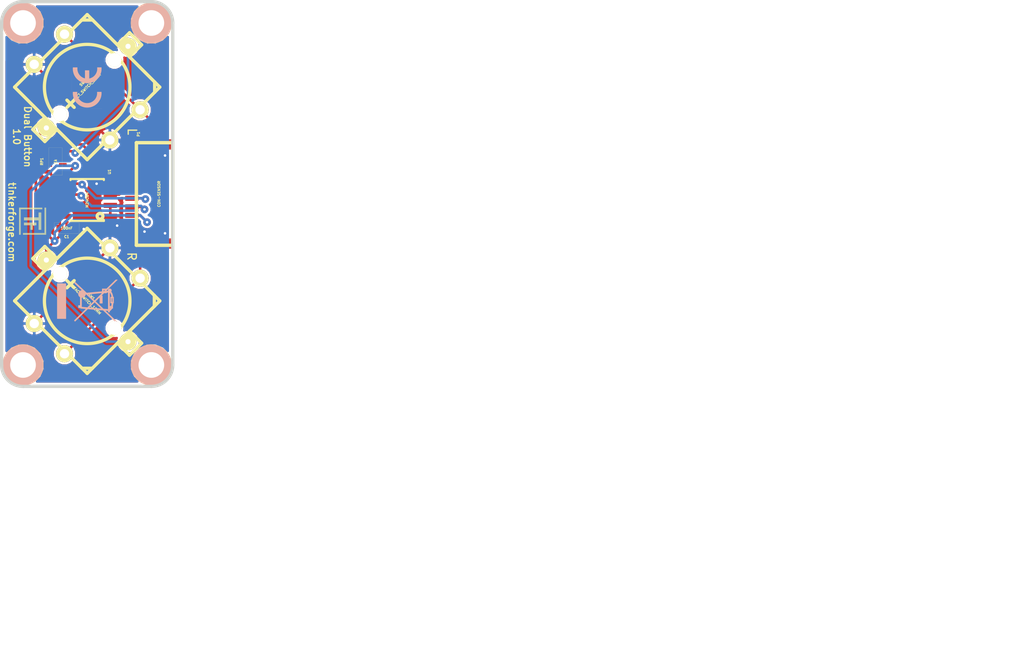
<source format=kicad_pcb>
(kicad_pcb (version 4) (host pcbnew 4.0.6-e0-6349~53~ubuntu16.04.1)
  (title_block (title "Dual Button Bricklet") (rev 1.0) (company "Tinkerforge GmbH") (comment 1 "Licensed under CERN OHL v.1.1") (comment 2 "Copyright (©) 2013, B.Nordmeyer <bastian@tinkerforge.com>"))
  (layers (0 Vorderseite signal hide) (31 Rückseite signal hide) (34 B.Paste user) (35 F.Paste user) (36 B.SilkS user) (37 F.SilkS user) (38 B.Mask user) (39 F.Mask user) (44 Edge.Cuts user))
  (net 0 "")
  (net 1 D1)
  (net 2 D2)
  (net 3 GND)
  (net 4 N-000001)
  (net 5 N-0000012)
  (net 6 N-0000016)
  (net 7 SCL)
  (net 8 SDA)
  (net 9 SW1)
  (net 10 SW2)
  (net 11 VCC)
  (module CON-SENSOR (layer Vorderseite) (at 179 109 90)
    (fp_text reference P1 (at 7.00024 -4.0005 90) (layer F.SilkS) (effects (font (size 0.29972 0.29972) (thickness 0.0762))))
    (fp_text value CON-SENSOR (at 0 -1.6002 90) (layer F.SilkS) (effects (font (size 0.29972 0.29972) (thickness 0.07112))))
    (pad 1 smd rect (at -4.50088 -4.7752 90) (size 0.59944 1.5494) (layers Vorderseite F.Paste F.Mask))
    (pad 2 smd rect (at -3.50012 -4.7752 90) (size 0.59944 1.5494) (layers Vorderseite F.Paste F.Mask) (net 3 GND))
    (pad 3 smd rect (at -2.49936 -4.7752 90) (size 0.59944 1.5494) (layers Vorderseite F.Paste F.Mask) (net 11 VCC))
    (pad 4 smd rect (at -1.50114 -4.7752 90) (size 0.59944 1.5494) (layers Vorderseite F.Paste F.Mask) (net 7 SCL))
    (pad 5 smd rect (at -0.50038 -4.7752 90) (size 0.59944 1.5494) (layers Vorderseite F.Paste F.Mask) (net 8 SDA))
    (pad 6 smd rect (at 0.50038 -4.7752 90) (size 0.59944 1.5494) (layers Vorderseite F.Paste F.Mask) (net 6 N-0000016))
    (pad 7 smd rect (at 1.50114 -4.7752 90) (size 0.59944 1.5494) (layers Vorderseite F.Paste F.Mask) (net 9 SW1))
    (pad 8 smd rect (at 2.49936 -4.7752 90) (size 0.59944 1.5494) (layers Vorderseite F.Paste F.Mask) (net 1 D1))
    (pad 9 smd rect (at 3.50012 -4.7752 90) (size 0.59944 1.5494) (layers Vorderseite F.Paste F.Mask) (net 10 SW2))
    (pad 10 smd rect (at 4.50088 -4.7752 90) (size 0.59944 1.5494) (layers Vorderseite F.Paste F.Mask) (net 2 D2))
    (pad EP smd rect (at -5.79882 -0.89916 90) (size 1.19888 1.80086) (layers Vorderseite F.Paste F.Mask) (net 3 GND))
    (pad EP smd rect (at 5.79882 -0.89916 90) (size 1.19888 1.80086) (layers Vorderseite F.Paste F.Mask) (net 3 GND))
  )
  (module Logo_31x31 (layer Vorderseite) (at 164.2 110.6 270)
    (fp_text reference Ref** hide)
    (fp_text value Val** hide)
  )
  (module WEEE_7mm (layer Rückseite) (at 169 121.5 270)
    (fp_text reference VAL hide)
    (fp_text value WEEE_7mm hide)
  )
  (module CE_5mm (layer Rückseite) (at 169 96.5 90)
    (fp_text reference VAL hide)
    (fp_text value CE_5mm hide)
  )
  (module Fiducial_Mark (layer Vorderseite) (at 160.5 92.6)
    (fp_text reference Fiducial_Mark hide)
    (fp_text value VAL** hide)
    (pad 1 smd circle (at 0 0) (size 1.00076 1.00076) (layers Vorderseite F.Mask) (clearance 0.65024))
  )
  (module Fiducial_Mark (layer Vorderseite) (at 177.4 125.4)
    (fp_text reference Fiducial_Mark hide)
    (fp_text value VAL** hide)
    (pad 1 smd circle (at 0 0) (size 1.00076 1.00076) (layers Vorderseite F.Mask) (clearance 0.65024))
  )
  (module DRILL_NP (layer Vorderseite) (at 161.5 89 90)
    (fp_text reference U2 hide)
    (fp_text value DRILL hide)
    (pad "" thru_hole circle (at 0 0 90) (size 2.99974 2.99974) (drill 2.99974) (layers *.Cu *.SilkS *.Mask) (clearance 0.89916))
  )
  (module DRILL_NP (layer Vorderseite) (at 161.5 129)
    (fp_text reference U3 hide)
    (fp_text value DRILL hide)
    (pad "" thru_hole circle (at 0 0) (size 2.99974 2.99974) (drill 2.99974) (layers *.Cu *.SilkS *.Mask) (clearance 0.89916))
  )
  (module DRILL_NP (layer Vorderseite) (at 176.5 129 90)
    (fp_text reference U4 hide)
    (fp_text value DRILL hide)
    (pad "" thru_hole circle (at 0 0 90) (size 2.99974 2.99974) (drill 2.99974) (layers *.Cu *.SilkS *.Mask) (clearance 0.89916))
  )
  (module DRILL_NP (layer Vorderseite) (at 176.5 89)
    (fp_text reference U5 hide)
    (fp_text value DRILL hide)
    (pad "" thru_hole circle (at 0 0) (size 2.99974 2.99974) (drill 2.99974) (layers *.Cu *.SilkS *.Mask) (clearance 0.89916))
  )
  (module 4X0603 (layer Vorderseite) (at 165.3 105.2 90)
    (fp_text reference RP1 (at 0 -1.6002 90) (layer F.SilkS) (effects (font (size 0.29972 0.29972) (thickness 0.0762))))
    (fp_text value 1k (at 0 0 90) (layer F.SilkS) (effects (font (size 0.29972 0.29972) (thickness 0.0762))))
    (pad 1 smd rect (at -1.19888 -0.8509 90) (size 0.44958 0.89916) (layers Vorderseite F.Paste F.Mask) (net 1 D1))
    (pad 2 smd rect (at -0.39878 -0.8509 90) (size 0.44958 0.89916) (layers Vorderseite F.Paste F.Mask))
    (pad 3 smd rect (at 0.39878 -0.8509 90) (size 0.44958 0.89916) (layers Vorderseite F.Paste F.Mask))
    (pad 4 smd rect (at 1.19888 -0.8509 90) (size 0.44958 0.89916) (layers Vorderseite F.Paste F.Mask) (net 2 D2))
    (pad 5 smd rect (at 1.19888 0.8509 90) (size 0.44958 0.89916) (layers Vorderseite F.Paste F.Mask) (net 4 N-000001))
    (pad 6 smd rect (at 0.39878 0.8509 90) (size 0.44958 0.89916) (layers Vorderseite F.Paste F.Mask))
    (pad 7 smd rect (at -0.39878 0.8509 90) (size 0.44958 0.89916) (layers Vorderseite F.Paste F.Mask))
    (pad 8 smd rect (at -1.19888 0.8509 90) (size 0.44958 0.89916) (layers Vorderseite F.Paste F.Mask) (net 5 N-0000012))
  )
  (module SOIC8 (layer Vorderseite) (at 169 109.7 90)
    (fp_text reference U1 (at 3.29946 2.60096 90) (layer F.SilkS) (effects (font (size 0.29972 0.29972) (thickness 0.0762))))
    (fp_text value M24C64 (at 0 0 90) (layer F.SilkS) (effects (font (size 0.29972 0.29972) (thickness 0.0762))))
    (pad 1 smd rect (at -1.90246 2.69748 270) (size 0.59944 1.5494) (layers Vorderseite F.Paste F.Mask) (net 3 GND))
    (pad 2 smd rect (at -0.63246 2.69748 270) (size 0.59944 1.5494) (layers Vorderseite F.Paste F.Mask) (net 3 GND))
    (pad 3 smd rect (at 0.63246 2.69748 270) (size 0.59944 1.5494) (layers Vorderseite F.Paste F.Mask) (net 6 N-0000016))
    (pad 4 smd rect (at 1.90246 2.69748 270) (size 0.59944 1.5494) (layers Vorderseite F.Paste F.Mask) (net 3 GND))
    (pad 5 smd rect (at 1.90246 -2.69748 90) (size 0.59944 1.5494) (layers Vorderseite F.Paste F.Mask) (net 8 SDA))
    (pad 6 smd rect (at 0.63246 -2.69748 90) (size 0.59944 1.5494) (layers Vorderseite F.Paste F.Mask) (net 7 SCL))
    (pad 7 smd rect (at -0.63246 -2.69748 90) (size 0.59944 1.5494) (layers Vorderseite F.Paste F.Mask))
    (pad 8 smd rect (at -1.90246 -2.69748 90) (size 0.59944 1.5494) (layers Vorderseite F.Paste F.Mask) (net 11 VCC))
  )
  (module TACT_SWITCH_12mm (layer Vorderseite) (at 169 96.5 45)
    (fp_text reference SW2 (at 0 -0.7 45) (layer F.SilkS) (effects (font (size 0.3 0.3) (thickness 0.075))))
    (fp_text value TACT_SWITCH_12MM (at 0 0 45) (layer F.SilkS) (effects (font (size 0.3 0.3) (thickness 0.075))))
    (pad 1 thru_hole circle (at -6.75 0 45) (size 2 2) (drill 0.6) (layers *.Cu *.Mask F.SilkS) (net 11 VCC))
    (pad 2 thru_hole circle (at 6.75 0 45) (size 2 2) (drill 0.6) (layers *.Cu *.Mask F.SilkS) (net 4 N-000001))
    (pad 3 thru_hole circle (at -2.5 -6.26 45) (size 2 2) (drill 1.1) (layers *.Cu *.Mask F.SilkS) (net 3 GND))
    (pad 4 thru_hole circle (at 2.5 -6.25 45) (size 2 2) (drill 1.1) (layers *.Cu *.Mask F.SilkS) (net 10 SW2))
    (pad 3 thru_hole circle (at -2.5 6.25 45) (size 2 2) (drill 1.1) (layers *.Cu *.Mask F.SilkS) (net 3 GND))
    (pad 4 thru_hole circle (at 2.5 6.25 45) (size 2 2) (drill 1.1) (layers *.Cu *.Mask F.SilkS) (net 10 SW2))
    (pad "" np_thru_hole circle (at -4.5 0 45) (size 1.6 1.6) (drill 1.6) (layers *.Cu *.Mask F.SilkS))
    (pad "" np_thru_hole circle (at 4.5 0 45) (size 1.6 1.6) (drill 1.6) (layers *.Cu *.Mask F.SilkS))
  )
  (module TACT_SWITCH_12mm (layer Vorderseite) (at 169 121.5 315)
    (fp_text reference SW1 (at 0 -0.7 315) (layer F.SilkS) (effects (font (size 0.3 0.3) (thickness 0.075))))
    (fp_text value TACT_SWITCH_12MM (at 0 0 315) (layer F.SilkS) (effects (font (size 0.3 0.3) (thickness 0.075))))
    (pad 1 thru_hole circle (at -6.75 0 315) (size 2 2) (drill 0.6) (layers *.Cu *.Mask F.SilkS) (net 11 VCC))
    (pad 2 thru_hole circle (at 6.75 0 315) (size 2 2) (drill 0.6) (layers *.Cu *.Mask F.SilkS) (net 5 N-0000012))
    (pad 3 thru_hole circle (at -2.5 -6.26 315) (size 2 2) (drill 1.1) (layers *.Cu *.Mask F.SilkS) (net 3 GND))
    (pad 4 thru_hole circle (at 2.5 -6.25 315) (size 2 2) (drill 1.1) (layers *.Cu *.Mask F.SilkS) (net 9 SW1))
    (pad 3 thru_hole circle (at -2.5 6.25 315) (size 2 2) (drill 1.1) (layers *.Cu *.Mask F.SilkS) (net 3 GND))
    (pad 4 thru_hole circle (at 2.5 6.25 315) (size 2 2) (drill 1.1) (layers *.Cu *.Mask F.SilkS) (net 9 SW1))
    (pad "" np_thru_hole circle (at -4.5 0 315) (size 1.6 1.6) (drill 1.6) (layers *.Cu *.Mask F.SilkS))
    (pad "" np_thru_hole circle (at 4.5 0 315) (size 1.6 1.6) (drill 1.6) (layers *.Cu *.Mask F.SilkS))
  )
  (module 0603 (layer Vorderseite) (at 166.6 113 180)
    (fp_text reference C1 (at 0 -1.00076 180) (layer F.SilkS) (effects (font (size 0.29972 0.29972) (thickness 0.0762))))
    (fp_text value 100nF (at 0 0 180) (layer F.SilkS) (effects (font (size 0.29972 0.29972) (thickness 0.0762))))
    (pad 1 smd rect (at -0.8001 0 180) (size 0.8001 0.8001) (layers Vorderseite F.Paste F.Mask) (net 3 GND))
    (pad 2 smd rect (at 0.8001 0 180) (size 0.8001 0.8001) (layers Vorderseite F.Paste F.Mask) (net 11 VCC))
  )
  (gr_text R (at 174.2 116.3 270) (layer F.SilkS) (effects (font (size 1 1))))
  (gr_text L (at 174.25 101.7 270) (layer F.SilkS) (effects (font (size 1 1))))
  (gr_line (start 176.5 131.5) (end 161.55 131.5) (angle 90) (layer Edge.Cuts) (width 0.381))
  (gr_line (start 159 129.05) (end 159 89) (angle 90) (layer Edge.Cuts) (width 0.381))
  (gr_arc (start 161.5 129) (end 161.55 131.5) (angle 90) (layer Edge.Cuts) (width 0.381))
  (gr_line (start 161.5 86.5) (end 176.5 86.5) (angle 90) (layer Edge.Cuts) (width 0.381))
  (gr_line (start 179 89) (end 179 129) (angle 90) (layer Edge.Cuts) (width 0.381))
  (gr_arc (start 176.5 89) (end 176.5 86.5) (angle 90) (layer Edge.Cuts) (width 0.381))
  (gr_arc (start 161.5 89) (end 159 89) (angle 90) (layer Edge.Cuts) (width 0.381))
  (gr_arc (start 176.5 129) (end 179 129) (angle 90) (layer Edge.Cuts) (width 0.381))
  (gr_text tinkerforge.com (at 160.2 112.3 270) (layer F.SilkS) (effects (font (size 0.8001 0.8001) (thickness 0.14986))))
  (gr_text "Dual Button\n1.0" (at 161.4 102.3 270) (layer F.SilkS) (effects (font (size 0.8001 0.8001) (thickness 0.14986))))
  (segment (start 174.2248 106.50064) (end 167.89936 106.50064) (width 0.29972) (layer Vorderseite) (net 1))
  (segment (start 165.15022 107.1) (end 164.4491 106.39888) (width 0.29972) (layer Vorderseite) (net 1))
  (segment (start 167.3 107.1) (end 165.15022 107.1) (width 0.29972) (layer Vorderseite) (net 1))
  (segment (start 167.89936 106.50064) (end 167.3 107.1) (width 0.29972) (layer Vorderseite) (net 1))
  (segment (start 164.4491 104.00112) (end 164.4491 103.9509) (width 0.29972) (layer Vorderseite) (net 2))
  (segment (start 169.69912 104.49912) (end 174.2248 104.49912) (width 0.29972) (layer Vorderseite) (net 2))
  (segment (start 168.4 103.2) (end 169.69912 104.49912) (width 0.29972) (layer Vorderseite) (net 2))
  (segment (start 165.2 103.2) (end 168.4 103.2) (width 0.29972) (layer Vorderseite) (net 2))
  (segment (start 164.4491 103.9509) (end 165.2 103.2) (width 0.29972) (layer Vorderseite) (net 2))
  (segment (start 171.65165 102.687184) (end 162.805745 93.841279) (width 0.29972) (layer Vorderseite) (net 3))
  (segment (start 171.69748 111.60246) (end 171.69748 111.89748) (width 0.29972) (layer Vorderseite) (net 3))
  (segment (start 171.69748 111.89748) (end 172.5 112.7) (width 0.29972) (layer Vorderseite) (net 3))
  (segment (start 171.69748 111.60246) (end 171.69748 110.33246) (width 0.29972) (layer Vorderseite) (net 3))
  (segment (start 168.6 113.1) (end 168.6 111.1) (width 0.29972) (layer Vorderseite) (net 3))
  (segment (start 170.1 109.6) (end 170.1 107.8) (width 0.29972) (layer Vorderseite) (net 3))
  (segment (start 168.6 111.1) (end 170.1 109.6) (width 0.29972) (layer Vorderseite) (net 3))
  (segment (start 170.1 107.8) (end 170.1 104.238834) (width 0.29972) (layer Rückseite) (net 3))
  (segment (start 170.1 104.238834) (end 171.65165 102.687184) (width 0.29972) (layer Rückseite) (net 3))
  (via (at 170.1 107.8) (size 0.89916) (layers Vorderseite Rückseite) (net 3))
  (segment (start 170.10246 107.79754) (end 170.1 107.8) (width 0.29972) (layer Vorderseite) (net 3))
  (segment (start 171.69748 107.79754) (end 170.10246 107.79754) (width 0.29972) (layer Vorderseite) (net 3))
  (segment (start 172.5 112.7) (end 169 112.7) (width 0.29972) (layer Rückseite) (net 3))
  (segment (start 169 112.7) (end 168.6 113.1) (width 0.29972) (layer Rückseite) (net 3))
  (via (at 168.6 113.1) (size 0.89916) (layers Vorderseite Rückseite) (net 3))
  (segment (start 168.5 113) (end 168.6 113.1) (width 0.29972) (layer Vorderseite) (net 3))
  (segment (start 168.5 113) (end 167.4001 113) (width 0.29972) (layer Vorderseite) (net 3))
  (segment (start 178.1 113.6) (end 176.8 113.6) (width 0.29972) (layer Rückseite) (net 3))
  (segment (start 178.10084 113.60084) (end 178.1 113.6) (width 0.29972) (layer Vorderseite) (net 3))
  (via (at 178.1 113.6) (size 0.89916) (layers Vorderseite Rückseite) (net 3))
  (segment (start 178.10084 114.79882) (end 178.10084 113.60084) (width 0.29972) (layer Vorderseite) (net 3))
  (segment (start 176.8 113.6) (end 176.6 113.4) (width 0.29972) (layer Rückseite) (net 3))
  (segment (start 178.1 104.5) (end 177.5 104.5) (width 0.29972) (layer Rückseite) (net 3))
  (segment (start 178.10084 103.20118) (end 178.10084 104.49916) (width 0.29972) (layer Vorderseite) (net 3))
  (via (at 178.1 104.5) (size 0.89916) (layers Vorderseite Rückseite) (net 3))
  (segment (start 178.10084 104.49916) (end 178.1 104.5) (width 0.29972) (layer Vorderseite) (net 3))
  (segment (start 177.5 104.5) (end 175.95 106.05) (width 0.29972) (layer Rückseite) (net 3))
  (segment (start 171.65165 102.687184) (end 172.587184 102.687184) (width 0.29972) (layer Rückseite) (net 3))
  (segment (start 174.80012 112.50012) (end 175.7 113.4) (width 0.29972) (layer Vorderseite) (net 3))
  (via (at 175.7 113.4) (size 0.89916) (layers Vorderseite Rückseite) (net 3))
  (segment (start 174.80012 112.50012) (end 174.2248 112.50012) (width 0.29972) (layer Vorderseite) (net 3))
  (segment (start 176.6 113.4) (end 175.7 113.4) (width 0.29972) (layer Rückseite) (net 3))
  (segment (start 177.4 112.6) (end 176.6 113.4) (width 0.29972) (layer Rückseite) (net 3))
  (segment (start 177.4 107.5) (end 177.4 112.6) (width 0.29972) (layer Rückseite) (net 3))
  (segment (start 172.587184 102.687184) (end 175.95 106.05) (width 0.29972) (layer Rückseite) (net 3))
  (segment (start 175.95 106.05) (end 177.4 107.5) (width 0.29972) (layer Rückseite) (net 3))
  (segment (start 162.812816 124.15165) (end 171.658721 115.305745) (width 0.29972) (layer Vorderseite) (net 3))
  (segment (start 171.658721 115.305745) (end 171.658721 113.541279) (width 0.29972) (layer Rückseite) (net 3))
  (segment (start 171.658721 113.541279) (end 172.5 112.7) (width 0.29972) (layer Rückseite) (net 3))
  (segment (start 172.69988 112.50012) (end 172.5 112.7) (width 0.29972) (layer Vorderseite) (net 3))
  (segment (start 172.69988 112.50012) (end 174.2248 112.50012) (width 0.29972) (layer Vorderseite) (net 3))
  (via (at 172.5 112.7) (size 0.89916) (layers Vorderseite Rückseite) (net 3))
  (segment (start 166.1509 104.00112) (end 167.40112 104.00112) (width 0.29972) (layer Vorderseite) (net 4))
  (segment (start 173.772971 98.027029) (end 173.772971 91.727029) (width 0.29972) (layer Rückseite) (net 4))
  (segment (start 167.6 104.2) (end 173.772971 98.027029) (width 0.29972) (layer Rückseite) (net 4))
  (via (at 167.6 104.2) (size 0.89916) (layers Vorderseite Rückseite) (net 4))
  (segment (start 167.40112 104.00112) (end 167.6 104.2) (width 0.29972) (layer Vorderseite) (net 4))
  (segment (start 173.772971 126.272971) (end 171.272971 126.272971) (width 0.29972) (layer Rückseite) (net 5))
  (segment (start 166.90112 106.39888) (end 166.1509 106.39888) (width 0.29972) (layer Vorderseite) (net 5))
  (segment (start 167.6 105.7) (end 166.90112 106.39888) (width 0.29972) (layer Vorderseite) (net 5))
  (via (at 167.6 105.7) (size 0.89916) (layers Vorderseite Rückseite) (net 5))
  (segment (start 165.4 105.7) (end 167.6 105.7) (width 0.29972) (layer Rückseite) (net 5))
  (segment (start 162.4 108.7) (end 165.4 105.7) (width 0.29972) (layer Rückseite) (net 5))
  (segment (start 162.4 117.4) (end 162.4 108.7) (width 0.29972) (layer Rückseite) (net 5))
  (segment (start 171.272971 126.272971) (end 162.4 117.4) (width 0.29972) (layer Rückseite) (net 5))
  (segment (start 174.2248 108.49962) (end 173.30038 108.49962) (width 0.29972) (layer Vorderseite) (net 6))
  (segment (start 172.73246 109.06754) (end 171.69748 109.06754) (width 0.29972) (layer Vorderseite) (net 6))
  (segment (start 173.30038 108.49962) (end 172.73246 109.06754) (width 0.29972) (layer Vorderseite) (net 6))
  (segment (start 174.2248 110.50114) (end 175.40114 110.50114) (width 0.29972) (layer Vorderseite) (net 7))
  (segment (start 168.16754 109.06754) (end 166.30252 109.06754) (width 0.29972) (layer Vorderseite) (net 7))
  (segment (start 168.3 109.2) (end 168.16754 109.06754) (width 0.29972) (layer Vorderseite) (net 7))
  (via (at 168.3 109.2) (size 0.89916) (layers Vorderseite Rückseite) (net 7))
  (segment (start 169.5 110.4) (end 168.3 109.2) (width 0.29972) (layer Rückseite) (net 7))
  (segment (start 175.3 110.4) (end 169.5 110.4) (width 0.29972) (layer Rückseite) (net 7))
  (segment (start 175.7 110.8) (end 175.3 110.4) (width 0.29972) (layer Rückseite) (net 7))
  (via (at 175.7 110.8) (size 0.89916) (layers Vorderseite Rückseite) (net 7))
  (segment (start 175.40114 110.50114) (end 175.7 110.8) (width 0.29972) (layer Vorderseite) (net 7))
  (segment (start 174.2248 109.50038) (end 175.70038 109.50038) (width 0.29972) (layer Vorderseite) (net 8))
  (segment (start 168.29754 107.79754) (end 166.30252 107.79754) (width 0.29972) (layer Vorderseite) (net 8))
  (segment (start 168.4 107.9) (end 168.29754 107.79754) (width 0.29972) (layer Vorderseite) (net 8))
  (via (at 168.4 107.9) (size 0.89916) (layers Vorderseite Rückseite) (net 8))
  (segment (start 170 109.5) (end 168.4 107.9) (width 0.29972) (layer Rückseite) (net 8))
  (segment (start 175.7 109.5) (end 170 109.5) (width 0.29972) (layer Rückseite) (net 8))
  (segment (start 175.8 109.6) (end 175.7 109.5) (width 0.29972) (layer Rückseite) (net 8))
  (via (at 175.8 109.6) (size 0.89916) (layers Vorderseite Rückseite) (net 8))
  (segment (start 175.70038 109.50038) (end 175.8 109.6) (width 0.29972) (layer Vorderseite) (net 8))
  (segment (start 166.34835 127.687184) (end 175.187184 118.84835) (width 0.29972) (layer Vorderseite) (net 9))
  (segment (start 175.187184 118.84835) (end 175.187184 115.112816) (width 0.29972) (layer Vorderseite) (net 9))
  (segment (start 175.99886 107.49886) (end 174.2248 107.49886) (width 0.29972) (layer Vorderseite) (net 9))
  (segment (start 177.2 108.7) (end 175.99886 107.49886) (width 0.29972) (layer Vorderseite) (net 9))
  (segment (start 177.2 113.1) (end 177.2 108.7) (width 0.29972) (layer Vorderseite) (net 9))
  (segment (start 175.187184 115.112816) (end 177.2 113.1) (width 0.29972) (layer Vorderseite) (net 9))
  (segment (start 175.187184 99.15165) (end 166.34835 90.312816) (width 0.29972) (layer Vorderseite) (net 10))
  (segment (start 174.2248 105.49988) (end 175.40012 105.49988) (width 0.29972) (layer Vorderseite) (net 10))
  (segment (start 176.2 100.164466) (end 175.187184 99.15165) (width 0.29972) (layer Vorderseite) (net 10))
  (segment (start 176.2 104.7) (end 176.2 100.164466) (width 0.29972) (layer Vorderseite) (net 10))
  (segment (start 175.40012 105.49988) (end 176.2 104.7) (width 0.29972) (layer Vorderseite) (net 10))
  (segment (start 164.227029 116.727029) (end 164.227029 115.472971) (width 0.29972) (layer Vorderseite) (net 11))
  (segment (start 164.227029 115.472971) (end 165.2 114.5) (width 0.29972) (layer Vorderseite) (net 11))
  (segment (start 165.2 114.5) (end 165.1 114.5) (width 0.29972) (layer Vorderseite) (net 11))
  (segment (start 163 102.5) (end 164.227029 101.272971) (width 0.29972) (layer Vorderseite) (net 11))
  (segment (start 163 112.4) (end 163 102.5) (width 0.29972) (layer Vorderseite) (net 11))
  (segment (start 165.1 114.5) (end 163 112.4) (width 0.29972) (layer Vorderseite) (net 11))
  (segment (start 165.7999 113) (end 165.7999 112.10508) (width 0.29972) (layer Vorderseite) (net 11))
  (segment (start 165.7999 112.10508) (end 166.30252 111.60246) (width 0.29972) (layer Vorderseite) (net 11))
  (segment (start 174.2248 111.49936) (end 175.19936 111.49936) (width 0.29972) (layer Vorderseite) (net 11))
  (segment (start 165.7999 113.9001) (end 165.7999 113) (width 0.29972) (layer Vorderseite) (net 11))
  (segment (start 165.2 114.5) (end 165.7999 113.9001) (width 0.29972) (layer Vorderseite) (net 11))
  (via (at 165.2 114.5) (size 0.89916) (layers Vorderseite Rückseite) (net 11))
  (segment (start 165.2 113.5) (end 165.2 114.5) (width 0.29972) (layer Rückseite) (net 11))
  (segment (start 167.2 111.5) (end 165.2 113.5) (width 0.29972) (layer Rückseite) (net 11))
  (segment (start 175.2 111.5) (end 167.2 111.5) (width 0.29972) (layer Rückseite) (net 11))
  (segment (start 176 112.3) (end 175.2 111.5) (width 0.29972) (layer Rückseite) (net 11))
  (via (at 176 112.3) (size 0.89916) (layers Vorderseite Rückseite) (net 11))
  (segment (start 175.19936 111.49936) (end 176 112.3) (width 0.29972) (layer Vorderseite) (net 11))
  (zone (net 3) (net_name GND) (layer Vorderseite) (connect_pads (clearance 0.24892)) (min_thickness 0.24892) (fill (arc_segments 16) (thermal_gap 0.29972) (thermal_bridge_width 0.29972))
    (polygon (pts (xy 159.1 86.6) (xy 178.9 86.6) (xy 178.9 131.4) (xy 159.1 131.4)))
  )
  (zone (net 3) (net_name GND) (layer Rückseite) (connect_pads (clearance 0.24892)) (min_thickness 0.24892) (fill (arc_segments 16) (thermal_gap 0.29972) (thermal_bridge_width 0.29972))
    (polygon (pts (xy 159.1 131.4) (xy 178.9 131.4) (xy 178.9 86.6) (xy 159.1 86.6)))
  )
)
</source>
